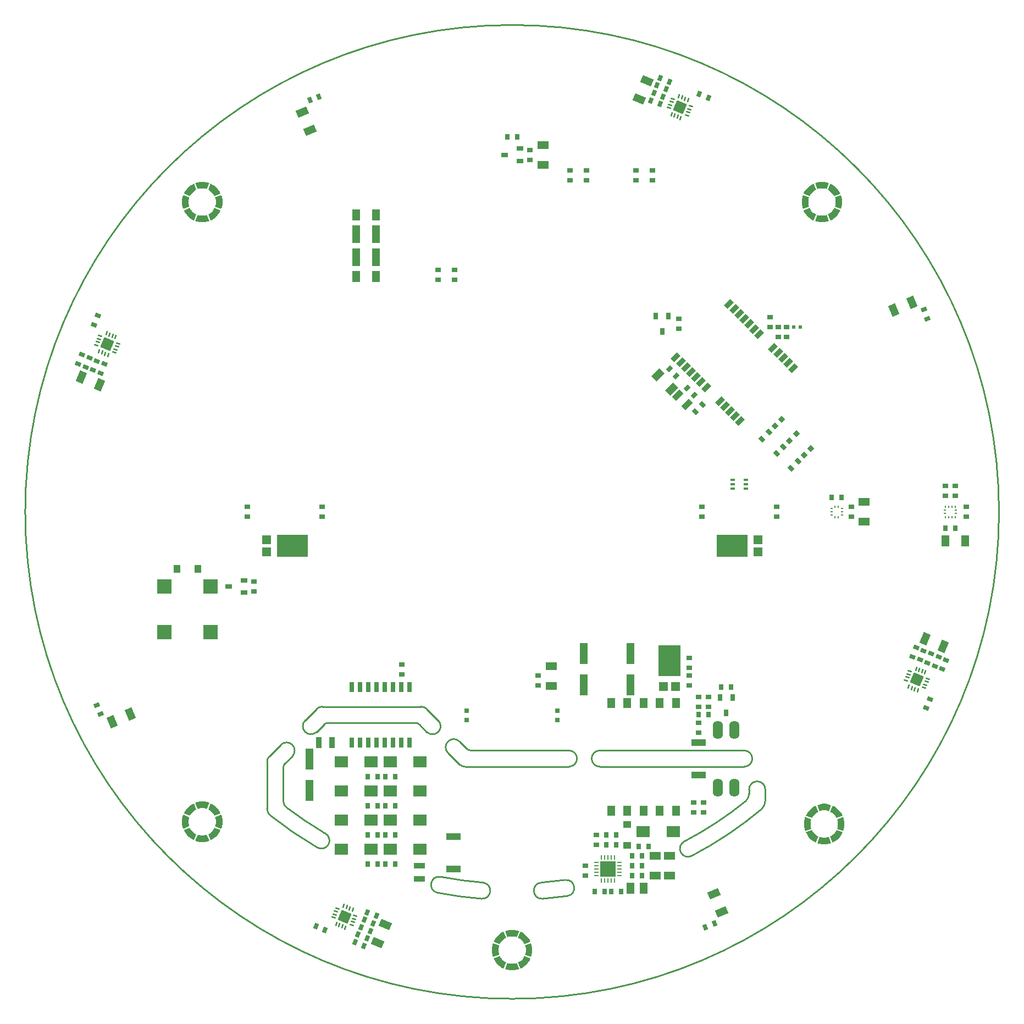
<source format=gbp>
G04*
G04 #@! TF.GenerationSoftware,Altium Limited,Altium Designer,22.2.1 (43)*
G04*
G04 Layer_Color=128*
%FSLAX44Y44*%
%MOMM*%
G71*
G04*
G04 #@! TF.SameCoordinates,2D810589-119A-40C1-8923-BCE66BF163E0*
G04*
G04*
G04 #@! TF.FilePolarity,Positive*
G04*
G01*
G75*
%ADD10C,0.2540*%
%ADD24R,0.6350X0.8890*%
G04:AMPARAMS|DCode=29|XSize=0.889mm|YSize=0.635mm|CornerRadius=0mm|HoleSize=0mm|Usage=FLASHONLY|Rotation=67.500|XOffset=0mm|YOffset=0mm|HoleType=Round|Shape=Rectangle|*
%AMROTATEDRECTD29*
4,1,4,0.1232,-0.5322,-0.4634,-0.2892,-0.1232,0.5322,0.4634,0.2892,0.1232,-0.5322,0.0*
%
%ADD29ROTATEDRECTD29*%

G04:AMPARAMS|DCode=30|XSize=0.889mm|YSize=0.635mm|CornerRadius=0mm|HoleSize=0mm|Usage=FLASHONLY|Rotation=45.000|XOffset=0mm|YOffset=0mm|HoleType=Round|Shape=Rectangle|*
%AMROTATEDRECTD30*
4,1,4,-0.0898,-0.5388,-0.5388,-0.0898,0.0898,0.5388,0.5388,0.0898,-0.0898,-0.5388,0.0*
%
%ADD30ROTATEDRECTD30*%

%ADD32R,0.8890X0.6350*%
G04:AMPARAMS|DCode=34|XSize=0.889mm|YSize=0.635mm|CornerRadius=0mm|HoleSize=0mm|Usage=FLASHONLY|Rotation=315.000|XOffset=0mm|YOffset=0mm|HoleType=Round|Shape=Rectangle|*
%AMROTATEDRECTD34*
4,1,4,-0.5388,0.0898,-0.0898,0.5388,0.5388,-0.0898,0.0898,-0.5388,-0.5388,0.0898,0.0*
%
%ADD34ROTATEDRECTD34*%

G04:AMPARAMS|DCode=35|XSize=0.889mm|YSize=0.635mm|CornerRadius=0mm|HoleSize=0mm|Usage=FLASHONLY|Rotation=292.500|XOffset=0mm|YOffset=0mm|HoleType=Round|Shape=Rectangle|*
%AMROTATEDRECTD35*
4,1,4,-0.4634,0.2892,0.1232,0.5322,0.4634,-0.2892,-0.1232,-0.5322,-0.4634,0.2892,0.0*
%
%ADD35ROTATEDRECTD35*%

G04:AMPARAMS|DCode=36|XSize=0.889mm|YSize=0.635mm|CornerRadius=0mm|HoleSize=0mm|Usage=FLASHONLY|Rotation=247.500|XOffset=0mm|YOffset=0mm|HoleType=Round|Shape=Rectangle|*
%AMROTATEDRECTD36*
4,1,4,-0.1232,0.5322,0.4634,0.2892,0.1232,-0.5322,-0.4634,-0.2892,-0.1232,0.5322,0.0*
%
%ADD36ROTATEDRECTD36*%

G04:AMPARAMS|DCode=39|XSize=0.889mm|YSize=0.635mm|CornerRadius=0mm|HoleSize=0mm|Usage=FLASHONLY|Rotation=112.500|XOffset=0mm|YOffset=0mm|HoleType=Round|Shape=Rectangle|*
%AMROTATEDRECTD39*
4,1,4,0.4634,-0.2892,-0.1232,-0.5322,-0.4634,0.2892,0.1232,0.5322,0.4634,-0.2892,0.0*
%
%ADD39ROTATEDRECTD39*%

%ADD130R,1.6510X0.8890*%
G04:AMPARAMS|DCode=131|XSize=1.143mm|YSize=1.778mm|CornerRadius=0mm|HoleSize=0mm|Usage=FLASHONLY|Rotation=67.499|XOffset=0mm|YOffset=0mm|HoleType=Round|Shape=Rectangle|*
%AMROTATEDRECTD131*
4,1,4,0.6026,-0.8682,-1.0400,-0.1878,-0.6026,0.8682,1.0400,0.1878,0.6026,-0.8682,0.0*
%
%ADD131ROTATEDRECTD131*%

G04:AMPARAMS|DCode=132|XSize=1.143mm|YSize=1.778mm|CornerRadius=0mm|HoleSize=0mm|Usage=FLASHONLY|Rotation=157.500|XOffset=0mm|YOffset=0mm|HoleType=Round|Shape=Rectangle|*
%AMROTATEDRECTD132*
4,1,4,0.8682,0.6026,0.1878,-1.0400,-0.8682,-0.6026,-0.1878,1.0400,0.8682,0.6026,0.0*
%
%ADD132ROTATEDRECTD132*%

G04:AMPARAMS|DCode=133|XSize=0.25mm|YSize=0.75mm|CornerRadius=0mm|HoleSize=0mm|Usage=FLASHONLY|Rotation=247.500|XOffset=0mm|YOffset=0mm|HoleType=Round|Shape=Round|*
%AMOVALD133*
21,1,0.5000,0.2500,0.0000,0.0000,337.5*
1,1,0.2500,-0.2310,0.0957*
1,1,0.2500,0.2310,-0.0957*
%
%ADD133OVALD133*%

%ADD134P,2.3335X4X202.5*%
G04:AMPARAMS|DCode=135|XSize=0.25mm|YSize=0.75mm|CornerRadius=0mm|HoleSize=0mm|Usage=FLASHONLY|Rotation=337.500|XOffset=0mm|YOffset=0mm|HoleType=Round|Shape=Round|*
%AMOVALD135*
21,1,0.5000,0.2500,0.0000,0.0000,67.5*
1,1,0.2500,-0.0957,-0.2310*
1,1,0.2500,0.0957,0.2310*
%
%ADD135OVALD135*%

G04:AMPARAMS|DCode=136|XSize=0.889mm|YSize=0.635mm|CornerRadius=0mm|HoleSize=0mm|Usage=FLASHONLY|Rotation=337.500|XOffset=0mm|YOffset=0mm|HoleType=Round|Shape=Rectangle|*
%AMROTATEDRECTD136*
4,1,4,-0.5322,-0.1232,-0.2892,0.4634,0.5322,0.1232,0.2892,-0.4634,-0.5322,-0.1232,0.0*
%
%ADD136ROTATEDRECTD136*%

G04:AMPARAMS|DCode=137|XSize=1.143mm|YSize=1.778mm|CornerRadius=0mm|HoleSize=0mm|Usage=FLASHONLY|Rotation=202.500|XOffset=0mm|YOffset=0mm|HoleType=Round|Shape=Rectangle|*
%AMROTATEDRECTD137*
4,1,4,0.1878,1.0400,0.8682,-0.6026,-0.1878,-1.0400,-0.8682,0.6026,0.1878,1.0400,0.0*
%
%ADD137ROTATEDRECTD137*%

G04:AMPARAMS|DCode=138|XSize=0.889mm|YSize=0.635mm|CornerRadius=0mm|HoleSize=0mm|Usage=FLASHONLY|Rotation=202.500|XOffset=0mm|YOffset=0mm|HoleType=Round|Shape=Rectangle|*
%AMROTATEDRECTD138*
4,1,4,0.2892,0.4634,0.5322,-0.1232,-0.2892,-0.4634,-0.5322,0.1232,0.2892,0.4634,0.0*
%
%ADD138ROTATEDRECTD138*%

%ADD139P,2.3335X4X292.5*%
G04:AMPARAMS|DCode=140|XSize=1.143mm|YSize=1.778mm|CornerRadius=0mm|HoleSize=0mm|Usage=FLASHONLY|Rotation=247.500|XOffset=0mm|YOffset=0mm|HoleType=Round|Shape=Rectangle|*
%AMROTATEDRECTD140*
4,1,4,-0.6026,0.8682,1.0400,0.1878,0.6026,-0.8682,-1.0400,-0.1878,-0.6026,0.8682,0.0*
%
%ADD140ROTATEDRECTD140*%

G04:AMPARAMS|DCode=141|XSize=1.143mm|YSize=1.778mm|CornerRadius=0mm|HoleSize=0mm|Usage=FLASHONLY|Rotation=292.500|XOffset=0mm|YOffset=0mm|HoleType=Round|Shape=Rectangle|*
%AMROTATEDRECTD141*
4,1,4,-1.0400,0.1878,0.6026,0.8682,1.0400,-0.1878,-0.6026,-0.8682,-1.0400,0.1878,0.0*
%
%ADD141ROTATEDRECTD141*%

G04:AMPARAMS|DCode=142|XSize=0.889mm|YSize=0.635mm|CornerRadius=0mm|HoleSize=0mm|Usage=FLASHONLY|Rotation=202.500|XOffset=0mm|YOffset=0mm|HoleType=Round|Shape=Rectangle|*
%AMROTATEDRECTD142*
4,1,4,0.2892,0.4634,0.5322,-0.1232,-0.2892,-0.4634,-0.5322,0.1232,0.2892,0.4634,0.0*
%
%ADD142ROTATEDRECTD142*%

G04:AMPARAMS|DCode=143|XSize=1.143mm|YSize=1.778mm|CornerRadius=0mm|HoleSize=0mm|Usage=FLASHONLY|Rotation=112.499|XOffset=0mm|YOffset=0mm|HoleType=Round|Shape=Rectangle|*
%AMROTATEDRECTD143*
4,1,4,1.0400,-0.1878,-0.6027,-0.8682,-1.0400,0.1878,0.6027,0.8682,1.0400,-0.1878,0.0*
%
%ADD143ROTATEDRECTD143*%

%ADD144O,1.6000X2.8000*%
%ADD145R,0.8000X0.4500*%
G04:AMPARAMS|DCode=146|XSize=0.825mm|YSize=1.4mm|CornerRadius=0mm|HoleSize=0mm|Usage=FLASHONLY|Rotation=315.000|XOffset=0mm|YOffset=0mm|HoleType=Round|Shape=Rectangle|*
%AMROTATEDRECTD146*
4,1,4,-0.7867,-0.2033,0.2033,0.7867,0.7867,0.2033,-0.2033,-0.7867,-0.7867,-0.2033,0.0*
%
%ADD146ROTATEDRECTD146*%

%ADD147R,0.3500X0.2500*%
%ADD148R,0.2500X0.3500*%
G04:AMPARAMS|DCode=149|XSize=0.889mm|YSize=1.651mm|CornerRadius=0mm|HoleSize=0mm|Usage=FLASHONLY|Rotation=135.000|XOffset=0mm|YOffset=0mm|HoleType=Round|Shape=Rectangle|*
%AMROTATEDRECTD149*
4,1,4,0.8980,0.2694,-0.2694,-0.8980,-0.8980,-0.2694,0.2694,0.8980,0.8980,0.2694,0.0*
%
%ADD149ROTATEDRECTD149*%

%ADD150R,1.4000X1.3900*%
%ADD151R,4.8600X3.3600*%
G04:AMPARAMS|DCode=152|XSize=1.143mm|YSize=1.778mm|CornerRadius=0mm|HoleSize=0mm|Usage=FLASHONLY|Rotation=315.000|XOffset=0mm|YOffset=0mm|HoleType=Round|Shape=Rectangle|*
%AMROTATEDRECTD152*
4,1,4,-1.0327,-0.2245,0.2245,1.0327,1.0327,0.2245,-0.2245,-1.0327,-1.0327,-0.2245,0.0*
%
%ADD152ROTATEDRECTD152*%

%ADD153R,0.3800X0.2500*%
%ADD154R,0.2500X0.3800*%
%ADD155R,1.7780X1.1430*%
%ADD156P,1.1314X4X360.0*%
%ADD157R,1.1430X1.7780*%
%ADD158R,0.5700X0.6200*%
%ADD159R,2.0000X1.8000*%
%ADD160O,0.7500X0.2500*%
%ADD161O,0.2500X0.7500*%
%ADD162R,2.4500X2.4500*%
%ADD163R,1.2000X3.2000*%
%ADD164R,1.2700X1.5500*%
%ADD165R,0.8890X1.6510*%
%ADD166R,0.7600X1.6500*%
%ADD167R,0.8000X0.8000*%
%ADD168R,2.3000X1.0500*%
%ADD169R,1.3900X1.4000*%
%ADD170R,3.3600X4.8600*%
%ADD171R,0.7000X1.0000*%
%ADD172R,1.2000X1.0000*%
%ADD173R,1.1430X1.6510*%
%ADD174R,1.0000X1.2000*%
%ADD175R,1.0000X0.7000*%
%ADD176R,1.1430X2.7940*%
%ADD177R,2.3000X2.3000*%
G04:AMPARAMS|DCode=178|XSize=0.25mm|YSize=0.75mm|CornerRadius=0mm|HoleSize=0mm|Usage=FLASHONLY|Rotation=157.499|XOffset=0mm|YOffset=0mm|HoleType=Round|Shape=Round|*
%AMOVALD178*
21,1,0.5000,0.2500,0.0000,0.0000,247.5*
1,1,0.2500,0.0957,0.2310*
1,1,0.2500,-0.0957,-0.2310*
%
%ADD178OVALD178*%

%ADD179P,2.3335X4X112.5*%
G04:AMPARAMS|DCode=180|XSize=0.25mm|YSize=0.75mm|CornerRadius=0mm|HoleSize=0mm|Usage=FLASHONLY|Rotation=247.499|XOffset=0mm|YOffset=0mm|HoleType=Round|Shape=Round|*
%AMOVALD180*
21,1,0.5000,0.2500,0.0000,0.0000,337.5*
1,1,0.2500,-0.2310,0.0957*
1,1,0.2500,0.2310,-0.0957*
%
%ADD180OVALD180*%

G36*
X490211Y505589D02*
D01*
X490211Y505589D01*
X490211Y505589D01*
D02*
G37*
G36*
X480081Y508397D02*
X485562Y507407D01*
X488171Y506434D01*
X488171Y506434D01*
X484340Y497187D01*
X482625Y497713D01*
X479090Y498321D01*
X475504Y498321D01*
X471969Y497713D01*
X470254Y497187D01*
X466423Y506434D01*
X469032Y507408D01*
X474512Y508397D01*
X480081Y508397D01*
D02*
G37*
G36*
X-474512D02*
X-469032Y507407D01*
X-466423Y506434D01*
X-466423Y506434D01*
X-470254Y497187D01*
X-471969Y497713D01*
X-475504Y498321D01*
X-479090Y498321D01*
X-482625Y497713D01*
X-484340Y497187D01*
X-484340Y497187D01*
X-488171Y506434D01*
X-485562Y507408D01*
X-480081Y508397D01*
X-474512Y508397D01*
D02*
G37*
G36*
X449005Y490211D02*
Y490211D01*
Y490211D01*
D01*
D02*
G37*
G36*
X-505589Y490211D02*
X-505589Y490211D01*
Y490211D01*
X-505589D01*
D02*
G37*
G36*
X468213Y496341D02*
X468213Y496341D01*
X466628Y495501D01*
X463699Y493431D01*
X461163Y490895D01*
X459093Y487966D01*
X458252Y486381D01*
X449005Y490211D01*
X450161Y492744D01*
X453337Y497319D01*
X457275Y501257D01*
X461850Y504433D01*
X464383Y505589D01*
X468213Y496341D01*
D02*
G37*
G36*
X-486381D02*
X-486381Y496341D01*
X-487966Y495501D01*
X-490895Y493431D01*
X-493431Y490895D01*
X-495501Y487966D01*
X-496342Y486381D01*
X-505589Y490211D01*
X-504433Y492744D01*
X-501257Y497319D01*
X-497319Y501257D01*
X-492744Y504433D01*
X-490211Y505589D01*
X-486381Y496341D01*
D02*
G37*
G36*
X492744Y504433D02*
X497319Y501257D01*
X501257Y497319D01*
X504433Y492744D01*
X505589Y490211D01*
X496341Y486381D01*
X496341D01*
X495501Y487966D01*
X493431Y490895D01*
X490895Y493431D01*
X487966Y495501D01*
X486381Y496342D01*
X490211Y505589D01*
X492744Y504433D01*
D02*
G37*
G36*
X-464383Y505589D02*
X-461850Y504433D01*
X-457275Y501257D01*
X-453337Y497319D01*
X-450161Y492744D01*
X-449005Y490211D01*
X-458252Y486381D01*
X-458253D01*
X-459093Y487966D01*
X-461163Y490895D01*
X-463699Y493431D01*
X-466628Y495501D01*
X-468213Y496342D01*
X-464383Y505589D01*
X-464383Y505589D01*
X-464383Y505589D01*
X-464383Y505589D01*
D02*
G37*
G36*
X-497187Y484340D02*
X-497713Y482625D01*
X-498321Y479090D01*
X-498321Y475504D01*
X-497713Y471969D01*
X-497187Y470254D01*
D01*
Y470254D01*
Y470254D01*
X-506434Y466423D01*
X-507408Y469032D01*
X-508397Y474512D01*
X-508397Y480081D01*
X-507408Y485562D01*
X-506434Y488171D01*
X-506434Y488171D01*
X-497187Y484340D01*
D02*
G37*
G36*
X-447186Y485562D02*
X-446197Y480081D01*
X-446197Y474512D01*
X-447186Y469032D01*
X-448160Y466423D01*
X-457407Y470254D01*
X-456881Y471969D01*
X-456273Y475504D01*
X-456273Y479090D01*
X-456881Y482625D01*
X-457407Y484340D01*
X-457407D01*
X-448160Y488171D01*
X-447186Y485562D01*
D02*
G37*
G36*
X457407Y484340D02*
X456881Y482625D01*
X456273Y479090D01*
X456273Y475504D01*
X456881Y471969D01*
X457407Y470254D01*
X457407D01*
X448160Y466423D01*
X447186Y469032D01*
X446197Y474512D01*
X446197Y480081D01*
X447186Y485562D01*
X448160Y488171D01*
X448160Y488171D01*
X457407Y484340D01*
D02*
G37*
G36*
X-448160Y466423D02*
X-448160D01*
Y466423D01*
X-448160Y466423D01*
D02*
G37*
G36*
X507408Y485562D02*
X508397Y480081D01*
X508397Y474512D01*
X507407Y469032D01*
X506434Y466423D01*
X506434Y466423D01*
X497187Y470254D01*
X497713Y471969D01*
X498321Y475504D01*
X498321Y479090D01*
X497713Y482625D01*
X497187Y484340D01*
Y484340D01*
X506434Y488171D01*
X507408Y485562D01*
D02*
G37*
G36*
X-449005Y464383D02*
X-449005Y464383D01*
D01*
X-449005Y464383D01*
D02*
G37*
G36*
X488171Y448160D02*
X485562Y447186D01*
X480081Y446197D01*
X474512Y446197D01*
X469032Y447186D01*
X466423Y448160D01*
X466423Y448160D01*
X470254Y457407D01*
X471969Y456881D01*
X475504Y456273D01*
X479090Y456273D01*
X482625Y456881D01*
X484340Y457407D01*
X484340Y457407D01*
X488171Y448160D01*
D02*
G37*
G36*
X-466423D02*
X-469032Y447186D01*
X-474512Y446197D01*
X-480081Y446197D01*
X-485562Y447186D01*
X-488171Y448160D01*
X-484340Y457407D01*
X-482625Y456881D01*
X-479090Y456273D01*
X-475504Y456273D01*
X-471969Y456881D01*
X-470254Y457407D01*
X-466423Y448160D01*
D02*
G37*
G36*
X-496341Y468213D02*
X-495501Y466628D01*
X-493431Y463699D01*
X-490895Y461163D01*
X-487966Y459093D01*
X-486381Y458252D01*
X-490211Y449005D01*
X-492744Y450161D01*
X-497319Y453337D01*
X-501257Y457275D01*
X-504433Y461850D01*
X-505589Y464383D01*
X-496341Y468213D01*
X-496341Y468213D01*
D02*
G37*
G36*
X458252D02*
X459093Y466628D01*
X461163Y463699D01*
X463699Y461163D01*
X466628Y459093D01*
X468213Y458252D01*
X464383Y449005D01*
X461850Y450161D01*
X457275Y453337D01*
X453337Y457275D01*
X450161Y461850D01*
X449005Y464383D01*
X458252Y468213D01*
X458252Y468213D01*
D02*
G37*
G36*
X-490211Y449005D02*
X-490211D01*
D01*
X-490211D01*
D02*
G37*
G36*
X505589Y464383D02*
X505589D01*
X504433Y461850D01*
X501257Y457275D01*
X497319Y453337D01*
X492744Y450161D01*
X490211Y449005D01*
X486381Y458252D01*
Y458252D01*
X487966Y459093D01*
X490895Y461163D01*
X493431Y463699D01*
X495501Y466628D01*
X496342Y468213D01*
X505589Y464383D01*
D02*
G37*
G36*
X-449005D02*
X-450161Y461850D01*
X-453337Y457275D01*
X-457275Y453337D01*
X-461850Y450161D01*
X-464383Y449005D01*
X-468213Y458252D01*
Y458252D01*
X-466628Y459093D01*
X-463699Y461163D01*
X-461163Y463699D01*
X-459093Y466628D01*
X-458252Y468213D01*
X-449005Y464383D01*
D02*
G37*
G36*
X-488171Y448160D02*
Y448160D01*
Y448160D01*
D01*
D02*
G37*
G36*
X493747Y-452541D02*
D01*
X493747Y-452541D01*
X493747Y-452541D01*
D02*
G37*
G36*
X-474512Y-446197D02*
X-469032Y-447186D01*
X-466423Y-448160D01*
X-466423Y-448160D01*
X-470254Y-457407D01*
X-471969Y-456881D01*
X-475504Y-456273D01*
X-479090Y-456273D01*
X-482625Y-456881D01*
X-484340Y-457407D01*
Y-457407D01*
X-488171Y-448160D01*
X-485562Y-447186D01*
X-480081Y-446197D01*
X-474512Y-446197D01*
D02*
G37*
G36*
X483617Y-449733D02*
X489097Y-450722D01*
X491706Y-451696D01*
X491706Y-451696D01*
X487876Y-460943D01*
X486160Y-460416D01*
X482626Y-459809D01*
X479039Y-459809D01*
X475505Y-460416D01*
X473789Y-460943D01*
Y-460943D01*
X469959Y-451695D01*
X472568Y-450722D01*
X478048Y-449733D01*
X483617Y-449733D01*
D02*
G37*
G36*
X-486381Y-458252D02*
X-486381Y-458253D01*
X-487966Y-459093D01*
X-490895Y-461163D01*
X-493431Y-463699D01*
X-495501Y-466628D01*
X-496342Y-468213D01*
X-505589Y-464383D01*
Y-464383D01*
Y-464383D01*
D01*
X-504433Y-461850D01*
X-501257Y-457275D01*
X-497319Y-453337D01*
X-492744Y-450161D01*
X-490211Y-449005D01*
X-486381Y-458252D01*
D02*
G37*
G36*
X452541Y-467918D02*
Y-467918D01*
Y-467918D01*
D01*
D02*
G37*
G36*
X-464383Y-449005D02*
X-461850Y-450161D01*
X-457275Y-453337D01*
X-453337Y-457275D01*
X-450161Y-461850D01*
X-449005Y-464383D01*
X-458252Y-468213D01*
X-458253Y-468213D01*
X-459093Y-466628D01*
X-461163Y-463699D01*
X-463699Y-461163D01*
X-466628Y-459093D01*
X-468213Y-458252D01*
X-464383Y-449005D01*
D01*
X-464383Y-449005D01*
X-464383Y-449005D01*
D02*
G37*
G36*
X471749Y-461788D02*
X471749Y-461788D01*
X470163Y-462629D01*
X467234Y-464699D01*
X464699Y-467234D01*
X462629Y-470163D01*
X461788Y-471749D01*
X452541Y-467918D01*
X453697Y-465385D01*
X456872Y-460810D01*
X460810Y-456872D01*
X465385Y-453697D01*
X467918Y-452541D01*
X471749Y-461788D01*
D02*
G37*
G36*
X496280Y-453697D02*
X500854Y-456872D01*
X504793Y-460810D01*
X507968Y-465385D01*
X509124Y-467918D01*
X499877Y-471749D01*
X499877D01*
X499036Y-470163D01*
X496966Y-467234D01*
X494431Y-464699D01*
X491502Y-462629D01*
X489916Y-461788D01*
X493747Y-452541D01*
X496280Y-453697D01*
D02*
G37*
G36*
X-447186Y-469032D02*
X-446197Y-474512D01*
X-446197Y-480081D01*
X-447186Y-485562D01*
X-448160Y-488171D01*
X-448160Y-488171D01*
X-457407Y-484340D01*
X-456881Y-482625D01*
X-456273Y-479090D01*
X-456273Y-475504D01*
X-456881Y-471969D01*
X-457407Y-470254D01*
X-457407Y-470254D01*
X-448160Y-466423D01*
X-447186Y-469032D01*
D02*
G37*
G36*
X-497187Y-470254D02*
X-497713Y-471969D01*
X-498321Y-475504D01*
X-498321Y-479090D01*
X-497713Y-482625D01*
X-497187Y-484340D01*
X-506434Y-488171D01*
X-507408Y-485562D01*
X-508397Y-480081D01*
X-508397Y-474512D01*
X-507408Y-469032D01*
X-506434Y-466423D01*
Y-466423D01*
X-497187Y-470254D01*
D02*
G37*
G36*
X510943Y-472568D02*
X511932Y-478048D01*
X511932Y-483617D01*
X510943Y-489097D01*
X509969Y-491706D01*
X509969Y-491706D01*
X509969D01*
Y-491706D01*
X500722Y-487876D01*
X501249Y-486160D01*
X501856Y-482626D01*
X501856Y-479039D01*
X501249Y-475505D01*
X500722Y-473789D01*
X500722Y-473789D01*
X509970Y-469959D01*
X510943Y-472568D01*
D02*
G37*
G36*
X460943Y-473789D02*
X460416Y-475505D01*
X459809Y-479039D01*
X459809Y-482626D01*
X460416Y-486160D01*
X460943Y-487876D01*
X451695Y-491706D01*
X450722Y-489097D01*
X449733Y-483617D01*
X449733Y-478048D01*
X450722Y-472568D01*
X451696Y-469959D01*
X451696Y-469959D01*
X460943Y-473789D01*
D02*
G37*
G36*
X-466423Y-506434D02*
X-469032Y-507408D01*
X-474512Y-508397D01*
X-480081Y-508397D01*
X-485562Y-507408D01*
X-488171Y-506434D01*
X-488171D01*
X-484340Y-497187D01*
X-482625Y-497713D01*
X-479090Y-498321D01*
X-475504Y-498321D01*
X-471969Y-497713D01*
X-470254Y-497187D01*
X-470254D01*
X-466423Y-506434D01*
D02*
G37*
G36*
X491706Y-509970D02*
X489097Y-510943D01*
X483617Y-511932D01*
X478048Y-511932D01*
X472567Y-510943D01*
X469959Y-509969D01*
X473789Y-500722D01*
X475505Y-501249D01*
X479039Y-501856D01*
X482626Y-501856D01*
X486160Y-501249D01*
X487876Y-500722D01*
X487876D01*
X491706Y-509970D01*
D02*
G37*
G36*
X-496341Y-486381D02*
X-495501Y-487966D01*
X-493431Y-490895D01*
X-490895Y-493431D01*
X-487966Y-495501D01*
X-486381Y-496342D01*
X-490211Y-505589D01*
X-492744Y-504433D01*
X-497319Y-501257D01*
X-501257Y-497319D01*
X-504433Y-492744D01*
X-505589Y-490211D01*
X-496342Y-486381D01*
X-496341Y-486381D01*
D02*
G37*
G36*
X-449005Y-490211D02*
X-449005D01*
X-450161Y-492744D01*
X-453337Y-497319D01*
X-457275Y-501257D01*
X-461850Y-504433D01*
X-464383Y-505589D01*
X-468213Y-496342D01*
X-468213Y-496341D01*
X-466628Y-495501D01*
X-463699Y-493431D01*
X-461163Y-490895D01*
X-459093Y-487966D01*
X-458252Y-486381D01*
X-449005Y-490211D01*
D02*
G37*
G36*
X461788Y-489916D02*
X462629Y-491502D01*
X464699Y-494431D01*
X467234Y-496966D01*
X470163Y-499036D01*
X471749Y-499877D01*
X467918Y-509124D01*
X465385Y-507968D01*
X460810Y-504793D01*
X456872Y-500855D01*
X453697Y-496280D01*
X452541Y-493747D01*
X461788Y-489916D01*
X461788Y-489916D01*
D02*
G37*
G36*
X509124Y-493747D02*
X509124D01*
X507968Y-496280D01*
X504793Y-500855D01*
X500855Y-504793D01*
X496280Y-507968D01*
X493747Y-509124D01*
X489916Y-499877D01*
Y-499877D01*
X491502Y-499036D01*
X494431Y-496966D01*
X496966Y-494431D01*
X499036Y-491502D01*
X499877Y-489916D01*
X509124Y-493747D01*
D02*
G37*
G36*
X469959Y-509969D02*
Y-509969D01*
Y-509969D01*
D01*
D02*
G37*
G36*
X-10874Y-645863D02*
D01*
Y-645863D01*
Y-645863D01*
D02*
G37*
G36*
X8265Y-644889D02*
X10874Y-645863D01*
X7043Y-655110D01*
X7043Y-655110D01*
X5328Y-654584D01*
X1793Y-653976D01*
X-1793Y-653976D01*
X-5328Y-654584D01*
X-7043Y-655110D01*
X-10874Y-645863D01*
X-8265Y-644889D01*
X-2785Y-643900D01*
X2785Y-643900D01*
X8265Y-644889D01*
D02*
G37*
G36*
X15447Y-647864D02*
X20022Y-651040D01*
X23960Y-654978D01*
X27136Y-659553D01*
X28292Y-662086D01*
X28292Y-662086D01*
X28292Y-662086D01*
D01*
X19045Y-665916D01*
X18204Y-664331D01*
X16134Y-661402D01*
X13598Y-658866D01*
X10669Y-656796D01*
X9084Y-655955D01*
X9084Y-655955D01*
X12914Y-646708D01*
X15447Y-647864D01*
D02*
G37*
G36*
X-9084Y-655955D02*
X-10669Y-656796D01*
X-13598Y-658866D01*
X-16134Y-661402D01*
X-18204Y-664331D01*
X-19044Y-665916D01*
X-19045Y-665916D01*
X-28292Y-662086D01*
X-27136Y-659553D01*
X-23960Y-654978D01*
X-20022Y-651040D01*
X-15447Y-647864D01*
X-12914Y-646708D01*
Y-646708D01*
X-9084Y-655955D01*
D02*
G37*
G36*
X29137Y-664126D02*
X30111Y-666735D01*
X31100Y-672215D01*
X31100Y-677784D01*
X30111Y-683265D01*
X29137Y-685873D01*
X19890Y-682043D01*
X19890Y-682043D01*
X20416Y-680327D01*
X21024Y-676793D01*
X21024Y-673207D01*
X20416Y-669672D01*
X19890Y-667957D01*
X29137Y-664126D01*
X29137Y-664126D01*
D02*
G37*
G36*
X-19890Y-667956D02*
Y-667957D01*
X-20416Y-669672D01*
X-21024Y-673207D01*
X-21024Y-676793D01*
X-20416Y-680327D01*
X-19890Y-682043D01*
X-29137Y-685873D01*
X-30111Y-683265D01*
X-31100Y-677784D01*
X-31100Y-672215D01*
X-30111Y-666735D01*
X-29137Y-664126D01*
X-19890Y-667956D01*
D02*
G37*
G36*
X28292Y-687914D02*
X27136Y-690447D01*
X23960Y-695022D01*
X20022Y-698960D01*
X15447Y-702135D01*
X12914Y-703292D01*
X9084Y-694044D01*
X10669Y-693204D01*
X13598Y-691134D01*
X16134Y-688598D01*
X18204Y-685669D01*
X19044Y-684084D01*
X19045D01*
X28292Y-687914D01*
D02*
G37*
G36*
X12914Y-703292D02*
X12914Y-703292D01*
D01*
X12914Y-703292D01*
D02*
G37*
G36*
X-18204Y-685669D02*
X-16134Y-688598D01*
X-13598Y-691134D01*
X-10669Y-693204D01*
X-9084Y-694044D01*
Y-694044D01*
X-12914Y-703292D01*
X-15447Y-702135D01*
X-20022Y-698960D01*
X-23960Y-695022D01*
X-27136Y-690447D01*
X-28292Y-687914D01*
X-28292D01*
X-19045Y-684084D01*
X-18204Y-685669D01*
D02*
G37*
G36*
X-5328Y-695416D02*
X-1793Y-696023D01*
X1793Y-696023D01*
X5328Y-695416D01*
X7043Y-694890D01*
X10874Y-704137D01*
X10874D01*
X8265Y-705110D01*
X2785Y-706100D01*
X-2785Y-706100D01*
X-8265Y-705111D01*
X-10874Y-704137D01*
X-7043Y-694890D01*
X-7043D01*
X-5328Y-695416D01*
D02*
G37*
D10*
X-109924Y-562113D02*
G03*
X-114724Y-586648I-2400J-12268D01*
G01*
X-47045Y-595906D02*
G03*
X-45078Y-570983I984J12461D01*
G01*
X-109924Y-562113D02*
G03*
X-45078Y-570983I109924J562113D01*
G01*
X-114724Y-586648D02*
G03*
X-47045Y-595906I114724J586648D01*
G01*
X-345493Y-456824D02*
G03*
X-291590Y-492980I345493J456824D01*
G01*
X360236Y-445291D02*
G03*
X365000Y-433789I-11502J11502D01*
G01*
X384651Y-457559D02*
G03*
X390000Y-444646I-12913J12913D01*
G01*
X377500Y-415000D02*
G03*
X365000Y-427500I0J-12500D01*
G01*
X390000D02*
G03*
X377500Y-415000I-12500J0D01*
G01*
X265110Y-507711D02*
G03*
X276681Y-529872I5785J-11081D01*
G01*
X47045Y-595906D02*
G03*
X84886Y-591702I-47045J595906D01*
G01*
X45078Y-570983D02*
G03*
X81336Y-566955I-45078J570983D01*
G01*
X84886Y-591702D02*
G03*
X81336Y-566955I-1775J12373D01*
G01*
X265110Y-507711D02*
G03*
X360236Y-445291I-265110J507711D01*
G01*
X276681Y-529872D02*
G03*
X384651Y-457559I-276681J529872D01*
G01*
X45078Y-570983D02*
G03*
X47045Y-595906I984J-12461D01*
G01*
X-372571Y-467472D02*
G03*
X-299807Y-517161I372559J467458D01*
G01*
D02*
G03*
X-288036Y-495107I6017J10956D01*
G01*
X-352404Y-445290D02*
G03*
X-347540Y-455262I12655J-0D01*
G01*
X-377435Y-457500D02*
G03*
X-372571Y-467472I12655J-0D01*
G01*
X-373965Y-376465D02*
G03*
X-377500Y-385000I8536J-8536D01*
G01*
X-338572Y-376428D02*
G03*
X-338572Y-358750I-8839J8839D01*
G01*
D02*
G03*
X-356250Y-358750I-8839J-8839D01*
G01*
X-349929Y-387784D02*
G03*
X-352404Y-393759I5975J-5975D01*
G01*
X357500Y-392500D02*
G03*
X370000Y-380000I0J12500D01*
G01*
D02*
G03*
X357500Y-367500I-12500J0D01*
G01*
X135000D02*
G03*
X122500Y-380000I0J-12500D01*
G01*
D02*
G03*
X135000Y-392500I12500J0D01*
G01*
X-283741Y-325096D02*
G03*
X-289716Y-327571I0J-8449D01*
G01*
X-318750Y-321250D02*
G03*
X-318750Y-338928I8839J-8839D01*
G01*
D02*
G03*
X-301072Y-338928I8839J8839D01*
G01*
X-292500Y-300000D02*
G03*
X-301035Y-303535I0J-12071D01*
G01*
X-131465D02*
G03*
X-140000Y-300000I-8536J-8536D01*
G01*
X-131428Y-338928D02*
G03*
X-113750Y-338928I8839J8839D01*
G01*
D02*
G03*
X-113750Y-321250I-8839J8839D01*
G01*
X-142784Y-327571D02*
G03*
X-148759Y-325096I-5975J-5975D01*
G01*
X-69716Y-364929D02*
G03*
X-63741Y-367404I5975J5975D01*
G01*
X87500Y-392500D02*
G03*
X100000Y-380000I0J12500D01*
G01*
D02*
G03*
X87500Y-367500I-12500J0D01*
G01*
X-98750Y-353572D02*
G03*
X-98750Y-371250I8839J-8839D01*
G01*
X-81072Y-353572D02*
G03*
X-98750Y-353572I-8839J-8839D01*
G01*
X-81035Y-388965D02*
G03*
X-72500Y-392500I8536J8536D01*
G01*
X750000Y0D02*
G03*
X750000Y0I-750000J0D01*
G01*
X-347540Y-455262D02*
X-345493Y-456824D01*
X-291590Y-492980D02*
X-288036Y-495107D01*
X365000Y-433789D02*
Y-427500D01*
X390000Y-444646D02*
Y-427500D01*
X135000Y-367500D02*
X357500D01*
X-352404Y-445290D02*
Y-393759D01*
X-377500Y-385000D02*
X-377435Y-457500D01*
X-373965Y-376465D02*
X-356250Y-358750D01*
X-349929Y-387784D02*
X-338572Y-376428D01*
X135000Y-392500D02*
X357500D01*
X-301072Y-338928D02*
X-289716Y-327571D01*
X-318750Y-321250D02*
X-301035Y-303535D01*
X-283741Y-325010D02*
X-148759Y-325096D01*
X-131465Y-303535D02*
X-113750Y-321250D01*
X-292500Y-300000D02*
X-140000Y-300000D01*
X-142784Y-327571D02*
X-131428Y-338928D01*
X-81072Y-353572D02*
X-69716Y-364929D01*
X-72500Y-392500D02*
X87500D01*
X-98750Y-371250D02*
X-81035Y-388965D01*
X-63741Y-367404D02*
X87500Y-367500D01*
D24*
X492380Y22500D02*
D03*
X507620D02*
D03*
X667380Y-25000D02*
D03*
X682620D02*
D03*
X127380Y-585000D02*
D03*
X142620D02*
D03*
X200120Y-560000D02*
D03*
X184880D02*
D03*
X200120Y-530000D02*
D03*
X184880D02*
D03*
X-207380Y-407500D02*
D03*
X-222620Y-407500D02*
D03*
X-207380Y-452500D02*
D03*
X-222620Y-452500D02*
D03*
X-207380Y-542500D02*
D03*
X-222620Y-542500D02*
D03*
X-207380Y-497500D02*
D03*
X-222620Y-497500D02*
D03*
X337620Y-270000D02*
D03*
X322380D02*
D03*
X-195120Y-407500D02*
D03*
X-179880Y-407500D02*
D03*
X-195120Y-452500D02*
D03*
X-179880Y-452500D02*
D03*
X-195120Y-497500D02*
D03*
X-179880Y-497500D02*
D03*
X-195120Y-542500D02*
D03*
X-179880Y-542500D02*
D03*
X302620Y-312500D02*
D03*
X287380Y-312500D02*
D03*
X144880Y-497500D02*
D03*
X160120D02*
D03*
X167620Y-585000D02*
D03*
X152380Y-585000D02*
D03*
X200120Y-545000D02*
D03*
X184880Y-545000D02*
D03*
X194880Y-515000D02*
D03*
X210120D02*
D03*
X144880Y-512500D02*
D03*
X160120D02*
D03*
X-7620Y577500D02*
D03*
X7620D02*
D03*
D29*
X302239Y637895D02*
D03*
X288159Y643727D02*
D03*
X242186Y662770D02*
D03*
X228106Y668602D02*
D03*
X223323Y657053D02*
D03*
X237403Y651221D02*
D03*
X218539Y645504D02*
D03*
X232619Y639672D02*
D03*
X213756Y633956D02*
D03*
X227836Y628124D02*
D03*
X-223052Y-616576D02*
D03*
X-208972Y-622408D02*
D03*
D30*
X242112Y220388D02*
D03*
X252888Y209612D02*
D03*
X269612Y190388D02*
D03*
X280388Y179612D02*
D03*
D32*
X407500Y-7620D02*
D03*
Y7620D02*
D03*
X292500Y7620D02*
D03*
Y-7620D02*
D03*
X88900Y525780D02*
D03*
Y510540D02*
D03*
X114300Y525780D02*
D03*
Y510540D02*
D03*
X410000Y269880D02*
D03*
Y285120D02*
D03*
X422500Y269880D02*
D03*
Y285120D02*
D03*
X-114300Y372960D02*
D03*
Y357720D02*
D03*
X397500Y284880D02*
D03*
Y300120D02*
D03*
X682500Y24880D02*
D03*
Y40120D02*
D03*
X667500Y24880D02*
D03*
Y40120D02*
D03*
X-88900Y372960D02*
D03*
X-88900Y357720D02*
D03*
X522500Y-7620D02*
D03*
X522500Y7620D02*
D03*
X700000Y7620D02*
D03*
Y-7620D02*
D03*
X130000Y-512620D02*
D03*
Y-497380D02*
D03*
X302500Y-284880D02*
D03*
X302500Y-300120D02*
D03*
X280000Y-462620D02*
D03*
Y-447380D02*
D03*
X272500Y-224880D02*
D03*
X272500Y-240120D02*
D03*
X295000Y-447380D02*
D03*
Y-462620D02*
D03*
X272500Y-267620D02*
D03*
X272500Y-252380D02*
D03*
X-170000Y-234880D02*
D03*
Y-250120D02*
D03*
X40000Y-252380D02*
D03*
Y-267620D02*
D03*
X287500Y-300120D02*
D03*
X287500Y-284880D02*
D03*
X112500Y-560120D02*
D03*
X112500Y-544880D02*
D03*
X287500Y-340120D02*
D03*
X287500Y-324880D02*
D03*
X-397500Y-122620D02*
D03*
Y-107380D02*
D03*
X27500Y542380D02*
D03*
Y557620D02*
D03*
X-292500Y-7620D02*
D03*
Y7620D02*
D03*
X-407500Y7620D02*
D03*
Y-7620D02*
D03*
X190500Y510540D02*
D03*
Y525780D02*
D03*
X215900Y525780D02*
D03*
X215900Y510540D02*
D03*
X256540Y281940D02*
D03*
Y297180D02*
D03*
D34*
X395388Y122888D02*
D03*
X384612Y112112D02*
D03*
X417888Y100388D02*
D03*
X407112Y89612D02*
D03*
X292888Y165388D02*
D03*
X282112Y154612D02*
D03*
X440388Y77888D02*
D03*
X429612Y67112D02*
D03*
D35*
X311475Y-634063D02*
D03*
X297395Y-639895D02*
D03*
D36*
X-223326Y-657036D02*
D03*
X-237405Y-651204D02*
D03*
X-302239Y-637895D02*
D03*
X-288159Y-643727D02*
D03*
X-218542Y-645488D02*
D03*
X-232622Y-639655D02*
D03*
X-213756Y-633956D02*
D03*
X-227836Y-628124D02*
D03*
X-242186Y-662769D02*
D03*
X-228106Y-668602D02*
D03*
D39*
X-311477Y634068D02*
D03*
X-297397Y639900D02*
D03*
D130*
X-142500Y-565160D02*
D03*
X-142500Y-544840D02*
D03*
D131*
X-207360Y-663910D02*
D03*
X-195696Y-635750D02*
D03*
D132*
X635766Y-195693D02*
D03*
X663926Y-207358D02*
D03*
X-663926Y207358D02*
D03*
X-635766Y195693D02*
D03*
D133*
X634607Y-270981D02*
D03*
X636520Y-266361D02*
D03*
X640347Y-257122D02*
D03*
X638433Y-261742D02*
D03*
X608804Y-254881D02*
D03*
X606890Y-259500D02*
D03*
X610717Y-250261D02*
D03*
X612630Y-245642D02*
D03*
X273126Y620188D02*
D03*
X275040Y624807D02*
D03*
X271213Y615569D02*
D03*
X269299Y610949D02*
D03*
X243496Y627049D02*
D03*
X241583Y622430D02*
D03*
X245410Y631669D02*
D03*
X247323Y636288D02*
D03*
X-612630Y245642D02*
D03*
X-610717Y250261D02*
D03*
X-606890Y259500D02*
D03*
X-608804Y254881D02*
D03*
X-638433Y261742D02*
D03*
X-640347Y257122D02*
D03*
X-636520Y266361D02*
D03*
X-634607Y270981D02*
D03*
D134*
X623619Y-258311D02*
D03*
X-623619Y258311D02*
D03*
D135*
X620188Y-273126D02*
D03*
X624807Y-275040D02*
D03*
X615569Y-271213D02*
D03*
X610949Y-269299D02*
D03*
X627049Y-243496D02*
D03*
X622430Y-241583D02*
D03*
X631669Y-245410D02*
D03*
X636288Y-247323D02*
D03*
X270981Y634607D02*
D03*
X266361Y636520D02*
D03*
X257122Y640347D02*
D03*
X261742Y638433D02*
D03*
X254881Y608804D02*
D03*
X259500Y606890D02*
D03*
X250261Y610717D02*
D03*
X245642Y612631D02*
D03*
X-636288Y247323D02*
D03*
X-631669Y245410D02*
D03*
X-622430Y241583D02*
D03*
X-627049Y243496D02*
D03*
X-610949Y269299D02*
D03*
X-615569Y271213D02*
D03*
X-624807Y275040D02*
D03*
X-620188Y273126D02*
D03*
D136*
X637895Y-302238D02*
D03*
X643727Y-288159D02*
D03*
X662769Y-242186D02*
D03*
X668602Y-228106D02*
D03*
X657053Y-223323D02*
D03*
X651221Y-237403D02*
D03*
X645504Y-218539D02*
D03*
X639672Y-232619D02*
D03*
X633956Y-213756D02*
D03*
X628124Y-227836D02*
D03*
X-643727Y288159D02*
D03*
X-637895Y302239D02*
D03*
X-668602Y228106D02*
D03*
X-662770Y242186D02*
D03*
X-651221Y237403D02*
D03*
X-657053Y223323D02*
D03*
X-639672Y232619D02*
D03*
X-645504Y218539D02*
D03*
X-628124Y227836D02*
D03*
X-633956Y213756D02*
D03*
X622407Y-208972D02*
D03*
X616575Y-223052D02*
D03*
D137*
X587930Y311178D02*
D03*
X616091Y322843D02*
D03*
X-616090Y-322843D02*
D03*
X-587930Y-311178D02*
D03*
D138*
X634068Y311477D02*
D03*
X639900Y297397D02*
D03*
X-634068Y-311477D02*
D03*
D139*
X258311Y623619D02*
D03*
D140*
X195693Y635766D02*
D03*
X207358Y663926D02*
D03*
D141*
X-311178Y587931D02*
D03*
X-322843Y616091D02*
D03*
D142*
X-639900Y-297397D02*
D03*
D143*
X322841Y-616086D02*
D03*
X311177Y-587926D02*
D03*
D144*
X317300Y-335550D02*
D03*
X342700D02*
D03*
Y-424450D02*
D03*
X317300D02*
D03*
D145*
X339500Y42502D02*
D03*
X360500Y36000D02*
D03*
Y49000D02*
D03*
Y42499D02*
D03*
X339500Y36000D02*
D03*
Y49000D02*
D03*
D146*
X351082Y139587D02*
D03*
X343304Y147366D02*
D03*
X335526Y155144D02*
D03*
X327748Y162922D02*
D03*
X319970Y170700D02*
D03*
X298757Y191913D02*
D03*
X290978Y199692D02*
D03*
X283200Y207470D02*
D03*
X275422Y215248D02*
D03*
X267644Y223026D02*
D03*
X259866Y230804D02*
D03*
X252087Y238582D02*
D03*
X433107Y221612D02*
D03*
X425329Y229390D02*
D03*
X417551Y237168D02*
D03*
X409772Y244946D02*
D03*
X401994Y252725D02*
D03*
X380781Y273938D02*
D03*
X373003Y281716D02*
D03*
X365225Y289494D02*
D03*
X357446Y297272D02*
D03*
X349668Y305051D02*
D03*
X341890Y312829D02*
D03*
X334112Y320607D02*
D03*
D147*
X492000Y-5000D02*
D03*
Y5000D02*
D03*
Y-0D02*
D03*
X508000Y0D02*
D03*
X508000Y-5000D02*
D03*
Y5000D02*
D03*
D148*
X502500Y-8000D02*
D03*
X497500Y-8000D02*
D03*
X502500Y8000D02*
D03*
X497500Y8000D02*
D03*
D149*
X269684Y165316D02*
D03*
X255316Y179684D02*
D03*
D150*
X378620Y-61700D02*
D03*
Y-43300D02*
D03*
X-378620D02*
D03*
Y-61700D02*
D03*
D151*
X338800Y-52500D02*
D03*
X-338800D02*
D03*
D152*
X224224Y210776D02*
D03*
X245776Y189224D02*
D03*
D153*
X683100Y2500D02*
D03*
Y-2500D02*
D03*
X666900Y2500D02*
D03*
Y-2500D02*
D03*
D154*
X672500Y8100D02*
D03*
X667500D02*
D03*
X677500D02*
D03*
X682500D02*
D03*
X672500Y-8100D02*
D03*
X667500D02*
D03*
X677500D02*
D03*
X682500D02*
D03*
D155*
X542500Y15240D02*
D03*
X542500Y-15240D02*
D03*
X242500Y-560240D02*
D03*
Y-529760D02*
D03*
X220000Y-560240D02*
D03*
Y-529760D02*
D03*
X60000Y-267740D02*
D03*
Y-237260D02*
D03*
X47500Y565240D02*
D03*
Y534760D02*
D03*
D156*
X404697Y132197D02*
D03*
X415303Y142803D02*
D03*
X427197Y109697D02*
D03*
X437803Y120303D02*
D03*
X449697Y87197D02*
D03*
X460303Y97803D02*
D03*
D157*
X697740Y-45000D02*
D03*
X667260D02*
D03*
X-209760Y362500D02*
D03*
X-240240D02*
D03*
X-209760Y457500D02*
D03*
X-240240D02*
D03*
D158*
X443550Y285000D02*
D03*
X433950D02*
D03*
D159*
X202000Y-492500D02*
D03*
X248000Y-492500D02*
D03*
X-217000Y-475000D02*
D03*
X-263000Y-475000D02*
D03*
X-217000Y-430000D02*
D03*
X-263000Y-430000D02*
D03*
X-217000Y-385000D02*
D03*
X-263000D02*
D03*
X-217000Y-520000D02*
D03*
X-263000Y-520000D02*
D03*
X-142000Y-475000D02*
D03*
X-188000Y-475000D02*
D03*
X-142000Y-520000D02*
D03*
X-188000Y-520000D02*
D03*
X-142000Y-430000D02*
D03*
X-188000Y-430000D02*
D03*
X-142000Y-385000D02*
D03*
X-188000Y-385000D02*
D03*
D160*
X130000Y-555000D02*
D03*
Y-560000D02*
D03*
Y-550000D02*
D03*
Y-545000D02*
D03*
Y-540000D02*
D03*
X165000Y-545000D02*
D03*
Y-540000D02*
D03*
Y-550000D02*
D03*
Y-555000D02*
D03*
Y-560000D02*
D03*
D161*
X152500Y-567500D02*
D03*
X157500D02*
D03*
X147500D02*
D03*
X142500D02*
D03*
X137500D02*
D03*
X142500Y-532500D02*
D03*
X137500D02*
D03*
X147500D02*
D03*
X152500D02*
D03*
X157500D02*
D03*
D162*
X147500Y-550000D02*
D03*
D163*
X-312500Y-429000D02*
D03*
X-312500Y-381000D02*
D03*
X110000Y-266500D02*
D03*
Y-218500D02*
D03*
X182500Y-266500D02*
D03*
X182500Y-218500D02*
D03*
D164*
X252500Y-294750D02*
D03*
X227500D02*
D03*
X152500D02*
D03*
X177500D02*
D03*
X202500D02*
D03*
X252500Y-460250D02*
D03*
X227500D02*
D03*
X152500D02*
D03*
X177500D02*
D03*
X202500D02*
D03*
D165*
X-277340Y-355000D02*
D03*
X-297660Y-355000D02*
D03*
D166*
X-246950Y-269950D02*
D03*
X-234250Y-269950D02*
D03*
X-221550Y-269950D02*
D03*
X-208850Y-269950D02*
D03*
X-196150Y-269950D02*
D03*
X-183450D02*
D03*
X-170750D02*
D03*
X-158050D02*
D03*
X-158050Y-355050D02*
D03*
X-170750D02*
D03*
X-183450D02*
D03*
X-196150Y-355050D02*
D03*
X-208850Y-355050D02*
D03*
X-234250Y-355050D02*
D03*
X-246950D02*
D03*
X-221550D02*
D03*
D167*
X70000Y-306000D02*
D03*
X70000Y-321000D02*
D03*
X-70000Y-306000D02*
D03*
X-70000Y-321000D02*
D03*
D168*
X287500Y-405000D02*
D03*
X287500Y-355000D02*
D03*
X-90000Y-550000D02*
D03*
Y-500000D02*
D03*
D169*
X233300Y-268620D02*
D03*
X251700Y-268620D02*
D03*
D170*
X242500Y-228800D02*
D03*
D171*
X339500Y-285500D02*
D03*
X320500D02*
D03*
X330000Y-309500D02*
D03*
X240640Y301560D02*
D03*
X221640D02*
D03*
X231140Y277560D02*
D03*
D172*
X177500Y-481300D02*
D03*
Y-513700D02*
D03*
D173*
X202660Y-580000D02*
D03*
X182340D02*
D03*
D174*
X-483800Y-87500D02*
D03*
X-516200D02*
D03*
D175*
X-413000Y-124500D02*
D03*
Y-105500D02*
D03*
X-437000Y-115000D02*
D03*
X12000Y540500D02*
D03*
Y559500D02*
D03*
X-12000Y550000D02*
D03*
D176*
X-209760Y392500D02*
D03*
X-240240D02*
D03*
X-209760Y427500D02*
D03*
X-240240D02*
D03*
D177*
X-464500Y-185500D02*
D03*
X-535500D02*
D03*
X-464500Y-114500D02*
D03*
X-535500D02*
D03*
D178*
X-270983Y-634589D02*
D03*
X-266364Y-636502D02*
D03*
X-257125Y-640330D02*
D03*
X-261744Y-638416D02*
D03*
X-254882Y-608786D02*
D03*
X-259502Y-606873D02*
D03*
X-250263Y-610700D02*
D03*
X-245644Y-612613D02*
D03*
D179*
X-258313Y-623601D02*
D03*
D180*
X-273128Y-620170D02*
D03*
X-275042Y-624790D02*
D03*
X-271215Y-615551D02*
D03*
X-269301Y-610932D02*
D03*
X-243498Y-627032D02*
D03*
X-241585Y-622413D02*
D03*
X-245412Y-631651D02*
D03*
X-247325Y-636271D02*
D03*
M02*

</source>
